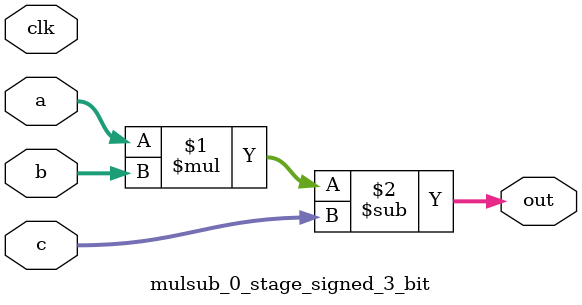
<source format=sv>
(* use_dsp = "yes" *) module mulsub_0_stage_signed_3_bit(
	input signed [2:0] a,
	input signed [2:0] b,
	input signed [2:0] c,
	output [2:0] out,
	input clk);

	assign out = (a * b) - c;
endmodule

</source>
